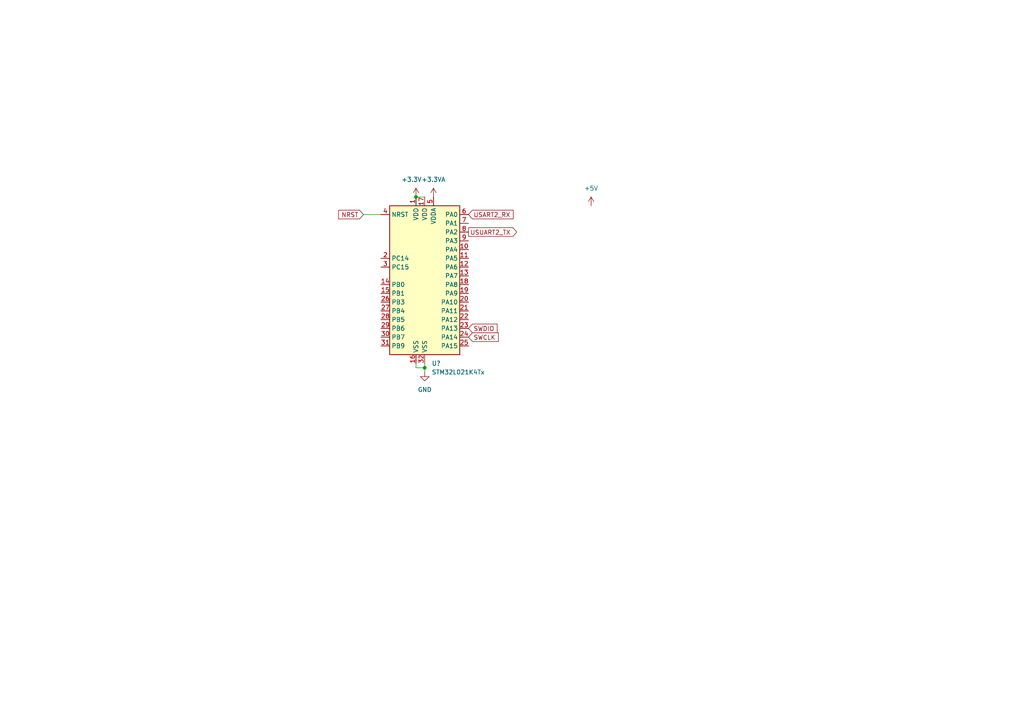
<source format=kicad_sch>
(kicad_sch (version 20211123) (generator eeschema)
  (paper "A4")
  (lib_symbols
    (symbol "MCU_ST_STM32L0:STM32L021K4Tx"
      (property "Reference" "U" (at -10.16 21.59 0))
      (property "Value" "STM32L021K4Tx" (at 5.08 21.59 0))
      (symbol "STM32L021K4Tx_0_1"
        (rectangle (start -10.16 -22.86) (end 10.16 20.32) (stroke (width 0.254)) (fill (type background)))
      )
      (symbol "STM32L021K4Tx_1_1"
        (pin power_in line (at -2.54 22.86 270) (length 2.54) (name "VDD") (number "1"))
        (pin bidirectional line (at 12.7 7.62 180) (length 2.54) (name "PA4") (number "10"))
        (pin bidirectional line (at 12.7 5.08 180) (length 2.54) (name "PA5") (number "11"))
        (pin bidirectional line (at 12.7 2.54 180) (length 2.54) (name "PA6") (number "12"))
        (pin bidirectional line (at 12.7 0 180) (length 2.54) (name "PA7") (number "13"))
        (pin bidirectional line (at -12.7 -2.54 0) (length 2.54) (name "PB0") (number "14"))
        (pin bidirectional line (at -12.7 -5.08 0) (length 2.54) (name "PB1") (number "15"))
        (pin power_in line (at -2.54 -25.4 90) (length 2.54) (name "VSS") (number "16"))
        (pin power_in line (at 0 22.86 270) (length 2.54) (name "VDD") (number "17"))
        (pin bidirectional line (at 12.7 -2.54 180) (length 2.54) (name "PA8") (number "18"))
        (pin bidirectional line (at 12.7 -5.08 180) (length 2.54) (name "PA9") (number "19"))
        (pin bidirectional line (at -12.7 5.08 0) (length 2.54) (name "PC14") (number "2"))
        (pin bidirectional line (at 12.7 -7.62 180) (length 2.54) (name "PA10") (number "20"))
        (pin bidirectional line (at 12.7 -10.16 180) (length 2.54) (name "PA11") (number "21"))
        (pin bidirectional line (at 12.7 -12.7 180) (length 2.54) (name "PA12") (number "22"))
        (pin bidirectional line (at 12.7 -15.24 180) (length 2.54) (name "PA13") (number "23"))
        (pin bidirectional line (at 12.7 -17.78 180) (length 2.54) (name "PA14") (number "24"))
        (pin bidirectional line (at 12.7 -20.32 180) (length 2.54) (name "PA15") (number "25"))
        (pin bidirectional line (at -12.7 -7.62 0) (length 2.54) (name "PB3") (number "26"))
        (pin bidirectional line (at -12.7 -10.16 0) (length 2.54) (name "PB4") (number "27"))
        (pin bidirectional line (at -12.7 -12.7 0) (length 2.54) (name "PB5") (number "28"))
        (pin bidirectional line (at -12.7 -15.24 0) (length 2.54) (name "PB6") (number "29"))
        (pin bidirectional line (at -12.7 2.54 0) (length 2.54) (name "PC15") (number "3"))
        (pin bidirectional line (at -12.7 -17.78 0) (length 2.54) (name "PB7") (number "30"))
        (pin bidirectional line (at -12.7 -20.32 0) (length 2.54) (name "PB9") (number "31"))
        (pin power_in line (at 0 -25.4 90) (length 2.54) (name "VSS") (number "32"))
        (pin input line (at -12.7 17.78 0) (length 2.54) (name "NRST") (number "4"))
        (pin power_in line (at 2.54 22.86 270) (length 2.54) (name "VDDA") (number "5"))
        (pin bidirectional line (at 12.7 17.78 180) (length 2.54) (name "PA0") (number "6"))
        (pin bidirectional line (at 12.7 15.24 180) (length 2.54) (name "PA1") (number "7"))
        (pin bidirectional line (at 12.7 12.7 180) (length 2.54) (name "PA2") (number "8"))
        (pin bidirectional line (at 12.7 10.16 180) (length 2.54) (name "PA3") (number "9"))
      )
    )
    (symbol "power:+3.3V" (power) (pin_names (offset 0))
      (property "Value" "+3.3V" (at 0 3.556 0))
      (symbol "+3.3V_0_1"
        (polyline (pts (xy -0.762 1.27) (xy 0 2.54)))
        (polyline (pts (xy 0 0) (xy 0 2.54)))
        (polyline (pts (xy 0 2.54) (xy 0.762 1.27)))
      )
      (symbol "+3.3V_1_1"
        (pin power_in line (at 0 0 90) (length 0) hide (name "+3.3V") (number "1"))
      )
    )
    (symbol "power:+3.3VA" (power) (pin_names (offset 0))
      (property "Value" "+3.3VA" (at 0 3.556 0))
      (symbol "+3.3VA_0_1"
        (polyline (pts (xy -0.762 1.27) (xy 0 2.54)))
        (polyline (pts (xy 0 0) (xy 0 2.54)))
        (polyline (pts (xy 0 2.54) (xy 0.762 1.27)))
      )
      (symbol "+3.3VA_1_1"
        (pin power_in line (at 0 0 90) (length 0) hide (name "+3.3VA") (number "1"))
      )
    )
    (symbol "power:+5V" (power) (pin_names (offset 0))
      (property "Value" "+5V" (at 0 3.556 0))
      (symbol "+5V_0_1"
        (polyline (pts (xy -0.762 1.27) (xy 0 2.54)))
        (polyline (pts (xy 0 0) (xy 0 2.54)))
        (polyline (pts (xy 0 2.54) (xy 0.762 1.27)))
      )
      (symbol "+5V_1_1"
        (pin power_in line (at 0 0 90) (length 0) hide (name "+5V") (number "1"))
      )
    )
    (symbol "power:GND" (power) (pin_names (offset 0))
      (property "Value" "GND" (at 0 -3.81 0))
      (symbol "GND_0_1"
        (polyline (pts (xy 0 0) (xy 0 -1.27) (xy 1.27 -1.27) (xy 0 -2.54) (xy -1.27 -1.27) (xy 0 -1.27)))
      )
      (symbol "GND_1_1"
        (pin power_in line (at 0 0 270) (length 0) hide (name "GND") (number "1"))
      )
    )
  )
  (junction (at 120.65 57.15))
  (junction (at 123.19 106.68))
  (wire (pts (xy 120.65 106.68) (xy 120.65 105.41)))
  (wire (pts (xy 120.65 106.68) (xy 123.19 106.68)))
  (wire (pts (xy 105.41 62.23) (xy 110.49 62.23)))
  (wire (pts (xy 120.65 57.15) (xy 123.19 57.15)))
  (wire (pts (xy 123.19 106.68) (xy 123.19 105.41)))
  (wire (pts (xy 123.19 107.95) (xy 123.19 106.68)))
  (global_label "NRST" (shape input) (at 105.41 62.23 180) (property "Intersheet References" "${INTERSHEET_REFS}" (effects hide)))
  (global_label "SWCLK" (shape input) (at 135.89 97.79 0) (property "Intersheet References" "${INTERSHEET_REFS}" (effects hide)))
  (global_label "SWDIO" (shape input) (at 135.89 95.25 0) (property "Intersheet References" "${INTERSHEET_REFS}" (effects hide)))
  (global_label "USART2_RX" (shape input) (at 135.89 62.23 0) (property "Intersheet References" "${INTERSHEET_REFS}" (effects hide)))
  (global_label "USUART2_TX" (shape output) (at 135.89 67.31 0) (property "Intersheet References" "${INTERSHEET_REFS}" (effects hide)))
  (symbol (lib_id "power:+3.3VA") (at 125.73 57.15 0) (unit 1)
    (property "Reference" "#PWR?" (effects hide))
    (property "Value" "+3.3VA" (at 125.73 52.07 0))
  )
  (symbol (lib_id "power:+5V") (at 171.45 59.69 0) (unit 1)
    (property "Reference" "#PWR?" (effects hide))
    (property "Value" "+5V" (at 171.45 54.61 0))
  )
  (symbol (lib_id "power:+3.3V") (at 120.65 57.15 0) (unit 1)
    (property "Reference" "#PWR?" (effects hide))
    (property "Value" "+3.3V" (at 119.38 52.07 0))
  )
  (symbol (lib_id "MCU_ST_STM32L0:STM32L021K4Tx") (at 123.19 80.01 0) (unit 1)
    (property "Reference" "U?" (at 125.2094 105.41 0) (effects (justify left)))
    (property "Value" "STM32L021K4Tx" (at 125.2094 107.95 0) (effects (justify left)))
    (property "Footprint" "Package_QFP:LQFP-32_7x7mm_P0.8mm" (effects hide))
    (property "Datasheet" "http://www.st.com/st-web-ui/static/active/en/resource/technical/document/datasheet/DM00206858.pdf" (effects hide))
  )
  (symbol (lib_id "power:GND") (at 123.19 107.95 0) (unit 1)
    (property "Reference" "#PWR?" (effects hide))
    (property "Value" "GND" (at 123.19 113.03 0))
  )
)
</source>
